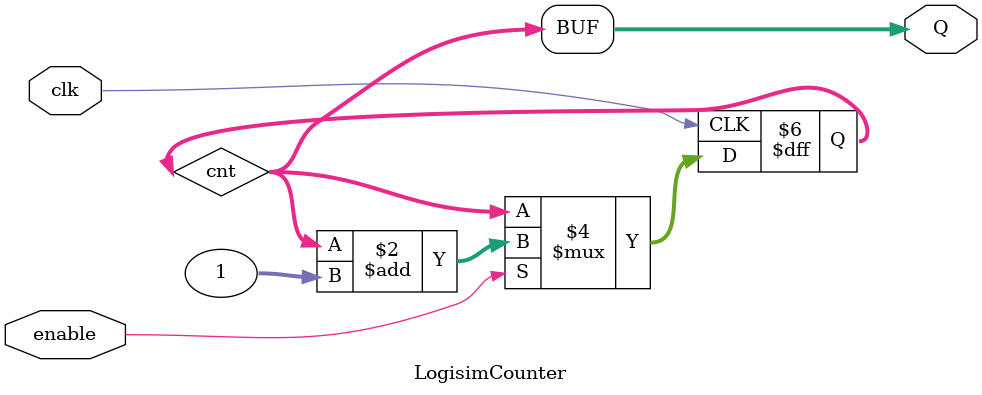
<source format=v>
/******************************************************************************
 ** Logisim goes FPGA automatic generated Verilog code                       **
 **                                                                          **
 ** Component : LogisimCounter                                               **
 **                                                                          **
 ******************************************************************************/

`timescale 1ns/1ps
module LogisimCounter(clk,enable,Q);

   /***************************************************************************
    ** Here all module parameters are defined with a dummy value             **
    ***************************************************************************/
  

   /***************************************************************************
    ** Here the inputs are defined                                           **
    ***************************************************************************/
   input clk,enable;
   output [31:0]Q;

   /***************************************************************************
    ** Here the internal wires are defined                                   **
    ***************************************************************************/
   reg [31:0]cnt;
   initial
   begin
   cnt=0;
   end
assign Q=cnt;
   /***************************************************************************
    ** Functionality of the counter:                                         **
    ** __Load_Count_|_mode                                                   **
    ** ____0____0___|_halt                                                   **
    ** ____0____1___|_count_up_(default)                                     **
    ** ____1____0___|load                                                    **
    ** ____1____1___|_count_down                                             **
    ***************************************************************************/

 always @(posedge clk)
begin
   if(enable)
   begin
   cnt<=cnt+1;
   end
end



endmodule

</source>
